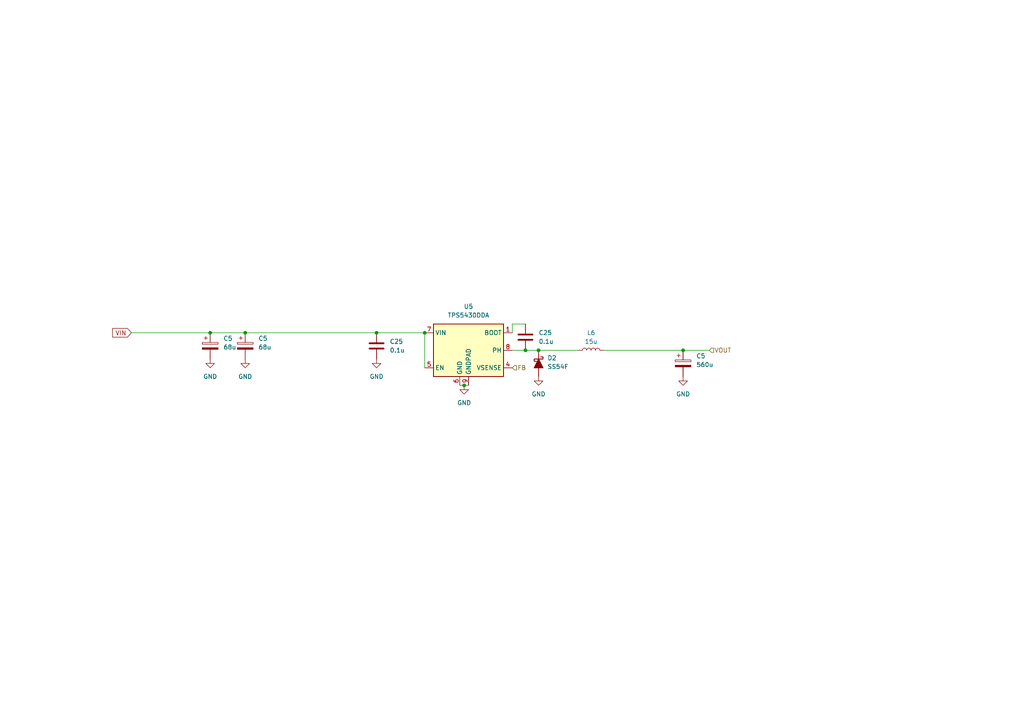
<source format=kicad_sch>
(kicad_sch (version 20230121) (generator eeschema)
  (paper "A4")
  (lib_symbols
    (symbol "Device:C" (pin_numbers hide) (pin_names (offset 0.254))
      (property "Reference" "C" (at 0.635 2.54 0))
      (property "Value" "C" (at 0.635 -2.54 0))
      (symbol "C_0_1"
        (polyline (pts (xy -2.032 -0.762) (xy 2.032 -0.762)) (stroke (width 0.508)))
        (polyline (pts (xy -2.032 0.762) (xy 2.032 0.762)) (stroke (width 0.508)))
      )
      (symbol "C_1_1"
        (pin passive line (at 0 3.81 270) (length 2.794) (name "~") (number "1"))
        (pin passive line (at 0 -3.81 90) (length 2.794) (name "~") (number "2"))
      )
    )
    (symbol "Device:C_Polarized" (pin_numbers hide) (pin_names (offset 0.254))
      (property "Reference" "C" (at 0.635 2.54 0))
      (property "Value" "C_Polarized" (at 0.635 -2.54 0))
      (symbol "C_Polarized_0_1"
        (rectangle (start -2.286 0.508) (end 2.286 1.016))
        (polyline (pts (xy -1.778 2.286) (xy -0.762 2.286)))
        (polyline (pts (xy -1.27 2.794) (xy -1.27 1.778)))
        (rectangle (start 2.286 -0.508) (end -2.286 -1.016) (fill (type outline)))
      )
      (symbol "C_Polarized_1_1"
        (pin passive line (at 0 3.81 270) (length 2.794) (name "~") (number "1"))
        (pin passive line (at 0 -3.81 90) (length 2.794) (name "~") (number "2"))
      )
    )
    (symbol "Device:L" (pin_numbers hide) (pin_names (offset 1.016) hide)
      (property "Reference" "L" (at -1.27 0 90))
      (property "Value" "L" (at 1.905 0 90))
      (symbol "L_0_1"
        (arc (start 0 -2.54) (mid 0.6323 -1.905) (end 0 -1.27))
        (arc (start 0 -1.27) (mid 0.6323 -0.635) (end 0 0))
        (arc (start 0 0) (mid 0.6323 0.635) (end 0 1.27))
        (arc (start 0 1.27) (mid 0.6323 1.905) (end 0 2.54))
      )
      (symbol "L_1_1"
        (pin passive line (at 0 3.81 270) (length 1.27) (name "1") (number "1"))
        (pin passive line (at 0 -3.81 90) (length 1.27) (name "2") (number "2"))
      )
    )
    (symbol "PCM_Diode_Schottky_AKL:SS54F" (pin_numbers hide) (pin_names (offset 1.016) hide)
      (property "Reference" "D" (at 0 5.08 0))
      (property "Value" "SS54F" (at 0 2.54 0))
      (symbol "SS54F_0_1"
        (polyline (pts (xy -1.27 0) (xy 1.27 0)))
        (polyline (pts (xy -1.27 -1.27) (xy -1.27 1.27) (xy 1.27 0) (xy -1.27 -1.27)) (stroke (width 0.254)) (fill (type outline)))
        (polyline (pts (xy 1.905 -0.635) (xy 1.905 -1.27) (xy 1.27 -1.27) (xy 1.27 1.27) (xy 0.635 1.27) (xy 0.635 0.635)) (stroke (width 0.254)))
      )
      (symbol "SS54F_1_1"
        (pin passive line (at 3.81 0 180) (length 2.54) (name "K") (number "1"))
        (pin passive line (at -3.81 0 0) (length 2.54) (name "A") (number "2"))
      )
    )
    (symbol "Regulator_Switching:TPS5430DDA"
      (property "Reference" "U" (at -10.16 8.89 0))
      (property "Value" "TPS5430DDA" (at -1.27 8.89 0))
      (symbol "TPS5430DDA_0_1"
        (rectangle (start -10.16 7.62) (end 10.16 -7.62) (stroke (width 0.254)) (fill (type background)))
      )
      (symbol "TPS5430DDA_1_1"
        (pin input line (at 12.7 5.08 180) (length 2.54) (name "BOOT") (number "1"))
        (pin no_connect line (at -10.16 2.54 0) (length 2.54) hide (name "NC") (number "2"))
        (pin no_connect line (at -10.16 -2.54 0) (length 2.54) hide (name "NC") (number "3"))
        (pin input line (at 12.7 -5.08 180) (length 2.54) (name "VSENSE") (number "4"))
        (pin input line (at -12.7 -5.08 0) (length 2.54) (name "EN") (number "5"))
        (pin power_in line (at -2.54 -10.16 90) (length 2.54) (name "GND") (number "6"))
        (pin power_in line (at -12.7 5.08 0) (length 2.54) (name "VIN") (number "7"))
        (pin output line (at 12.7 0 180) (length 2.54) (name "PH") (number "8"))
        (pin power_in line (at 0 -10.16 90) (length 2.54) (name "GNDPAD") (number "9"))
      )
    )
    (symbol "power:GND" (power) (pin_names (offset 0))
      (property "Value" "GND" (at 0 -3.81 0))
      (symbol "GND_0_1"
        (polyline (pts (xy 0 0) (xy 0 -1.27) (xy 1.27 -1.27) (xy 0 -2.54) (xy -1.27 -1.27) (xy 0 -1.27)))
      )
      (symbol "GND_1_1"
        (pin power_in line (at 0 0 270) (length 0) hide (name "GND") (number "1"))
      )
    )
  )
  (junction (at 109.22 96.52))
  (junction (at 156.21 101.6))
  (junction (at 198.12 101.6))
  (junction (at 134.62 111.76))
  (junction (at 60.96 96.52))
  (junction (at 152.4 101.6))
  (junction (at 71.12 96.52))
  (junction (at 123.19 96.52))
  (wire (pts (xy 156.21 101.6) (xy 167.64 101.6)))
  (wire (pts (xy 152.4 93.98) (xy 148.59 93.98)))
  (wire (pts (xy 71.12 96.52) (xy 109.22 96.52)))
  (wire (pts (xy 123.19 106.68) (xy 123.19 96.52)))
  (wire (pts (xy 175.26 101.6) (xy 198.12 101.6)))
  (wire (pts (xy 152.4 101.6) (xy 156.21 101.6)))
  (wire (pts (xy 148.59 93.98) (xy 148.59 96.52)))
  (wire (pts (xy 198.12 101.6) (xy 205.74 101.6)))
  (wire (pts (xy 38.1 96.52) (xy 60.96 96.52)))
  (wire (pts (xy 60.96 96.52) (xy 71.12 96.52)))
  (wire (pts (xy 133.35 111.76) (xy 134.62 111.76)))
  (wire (pts (xy 109.22 96.52) (xy 123.19 96.52)))
  (wire (pts (xy 134.62 111.76) (xy 135.89 111.76)))
  (wire (pts (xy 148.59 101.6) (xy 152.4 101.6)))
  (global_label "VIN" (shape input) (at 38.1 96.52 180) (property "Intersheetrefs" "${INTERSHEET_REFS}" (effects hide)))
  (hierarchical_label "VOUT" (shape input) (at 205.74 101.6 0))
  (hierarchical_label "FB" (shape input) (at 148.59 106.68 0))
  (symbol (lib_id "power:GND") (at 60.96 104.14 0) (unit 1)
    (property "Reference" "#PWR0356" (effects hide))
    (property "Value" "GND" (at 60.96 109.22 0))
    (instances (project "RC_Charger" (path "" (reference "#PWR0356") (unit 1))) (project "RC_Charger_MainBoard" (path "" (reference "#PWR07") (unit 1)) (path "" (reference "#PWR021") (unit 1)) (path "" (reference "#PWR029") (unit 1)) (path "" (reference "#PWR048") (unit 1))))
  )
  (symbol (lib_id "Device:C_Polarized") (at 198.12 105.41 0) (unit 1)
    (property "Reference" "C5" (at 201.93 103.251 0) (effects (justify left)))
    (property "Value" "560u" (at 201.93 105.791 0) (effects (justify left)))
    (property "Footprint" "Capacitor_SMD:CP_Elec_10x10" (effects hide))
    (instances (project "RC_Charger_MainBoard" (path "" (reference "C5") (unit 1)) (path "" (reference "C14") (unit 1)) (path "" (reference "C26") (unit 1))))
  )
  (symbol (lib_id "Device:C_Polarized") (at 71.12 100.33 0) (unit 1)
    (property "Reference" "C5" (at 74.93 98.171 0) (effects (justify left)))
    (property "Value" "68u" (at 74.93 100.711 0) (effects (justify left)))
    (property "Footprint" "Capacitor_SMD:CP_Elec_6.3x7.7" (effects hide))
    (instances (project "RC_Charger_MainBoard" (path "" (reference "C5") (unit 1)) (path "" (reference "C31") (unit 1)) (path "" (reference "C7") (unit 1)) (path "" (reference "C8") (unit 1))))
  )
  (symbol (lib_id "power:GND") (at 198.12 109.22 0) (unit 1)
    (property "Reference" "#PWR0356" (effects hide))
    (property "Value" "GND" (at 198.12 114.3 0))
    (instances (project "RC_Charger" (path "" (reference "#PWR0356") (unit 1))) (project "RC_Charger_MainBoard" (path "" (reference "#PWR07") (unit 1)) (path "" (reference "#PWR021") (unit 1)) (path "" (reference "#PWR034") (unit 1)) (path "" (reference "#PWR065") (unit 1))))
  )
  (symbol (lib_id "power:GND") (at 134.62 111.76 0) (unit 1)
    (property "Reference" "#PWR0356" (effects hide))
    (property "Value" "GND" (at 134.62 116.84 0))
    (instances (project "RC_Charger" (path "" (reference "#PWR0356") (unit 1))) (project "RC_Charger_MainBoard" (path "" (reference "#PWR07") (unit 1)) (path "" (reference "#PWR021") (unit 1)) (path "" (reference "#PWR027") (unit 1)) (path "" (reference "#PWR061") (unit 1))))
  )
  (symbol (lib_id "Regulator_Switching:TPS5430DDA") (at 135.89 101.6 0) (unit 1)
    (property "Reference" "U5" (at 135.89 88.9 0))
    (property "Value" "TPS5430DDA" (at 135.89 91.44 0))
    (property "Footprint" "Package_SO:Texas_R-PDSO-G8_EP2.95x4.9mm_Mask2.4x3.1mm_ThermalVias" (effects hide))
    (property "Datasheet" "http://www.ti.com/lit/ds/symlink/tps5430.pdf" (effects hide))
    (instances (project "RC_Charger_MainBoard" (path "" (reference "U5") (unit 1)) (path "" (reference "U6") (unit 1))))
  )
  (symbol (lib_id "power:GND") (at 109.22 104.14 0) (unit 1)
    (property "Reference" "#PWR0356" (effects hide))
    (property "Value" "GND" (at 109.22 109.22 0))
    (instances (project "RC_Charger" (path "" (reference "#PWR0356") (unit 1))) (project "RC_Charger_MainBoard" (path "" (reference "#PWR07") (unit 1)) (path "" (reference "#PWR021") (unit 1)) (path "" (reference "#PWR031") (unit 1)) (path "" (reference "#PWR030") (unit 1))))
  )
  (symbol (lib_id "power:GND") (at 156.21 109.22 0) (unit 1)
    (property "Reference" "#PWR0356" (effects hide))
    (property "Value" "GND" (at 156.21 114.3 0))
    (instances (project "RC_Charger" (path "" (reference "#PWR0356") (unit 1))) (project "RC_Charger_MainBoard" (path "" (reference "#PWR07") (unit 1)) (path "" (reference "#PWR021") (unit 1)) (path "" (reference "#PWR036") (unit 1)) (path "" (reference "#PWR062") (unit 1))))
  )
  (symbol (lib_id "Device:C") (at 109.22 100.33 0) (unit 1)
    (property "Reference" "C25" (at 113.03 99.06 0) (effects (justify left)))
    (property "Value" "0.1u" (at 113.03 101.6 0) (effects (justify left)))
    (property "Footprint" "Capacitor_SMD:C_0603_1608Metric" (effects hide))
    (instances (project "RC_Charger" (path "" (reference "C25") (unit 1)) (path "" (reference "C70") (unit 1)) (path "" (reference "C120") (unit 1)) (path "" (reference "C152") (unit 1))) (project "RC_Charger_MainBoard" (path "" (reference "C13") (unit 1)) (path "" (reference "C12") (unit 1))))
  )
  (symbol (lib_id "power:GND") (at 71.12 104.14 0) (unit 1)
    (property "Reference" "#PWR0356" (effects hide))
    (property "Value" "GND" (at 71.12 109.22 0))
    (instances (project "RC_Charger" (path "" (reference "#PWR0356") (unit 1))) (project "RC_Charger_MainBoard" (path "" (reference "#PWR07") (unit 1)) (path "" (reference "#PWR021") (unit 1)) (path "" (reference "#PWR028") (unit 1)) (path "" (reference "#PWR049") (unit 1))))
  )
  (symbol (lib_id "Device:C") (at 152.4 97.79 0) (unit 1)
    (property "Reference" "C25" (at 156.21 96.52 0) (effects (justify left)))
    (property "Value" "0.1u" (at 156.21 99.06 0) (effects (justify left)))
    (property "Footprint" "Capacitor_SMD:C_0603_1608Metric" (effects hide))
    (instances (project "RC_Charger" (path "" (reference "C25") (unit 1)) (path "" (reference "C70") (unit 1)) (path "" (reference "C120") (unit 1)) (path "" (reference "C152") (unit 1))) (project "RC_Charger_MainBoard" (path "" (reference "C11") (unit 1)) (path "" (reference "C23") (unit 1))))
  )
  (symbol (lib_id "Device:C_Polarized") (at 60.96 100.33 0) (unit 1)
    (property "Reference" "C5" (at 64.77 98.171 0) (effects (justify left)))
    (property "Value" "68u" (at 64.77 100.711 0) (effects (justify left)))
    (property "Footprint" "Capacitor_SMD:CP_Elec_6.3x7.7" (effects hide))
    (instances (project "RC_Charger_MainBoard" (path "" (reference "C5") (unit 1)) (path "" (reference "C31") (unit 1)) (path "" (reference "C9") (unit 1)) (path "" (reference "C10") (unit 1))))
  )
  (symbol (lib_id "Device:L") (at 171.45 101.6 90) (unit 1)
    (property "Reference" "L6" (at 171.45 96.52 90))
    (property "Value" "15u" (at 171.45 99.06 90))
    (property "Footprint" "Inductor_SMD:L_Bourns_SRR1260" (effects hide))
    (instances (project "RC_Charger_MainBoard" (path "" (reference "L6") (unit 1)) (path "" (reference "L7") (unit 1))))
  )
  (symbol (lib_id "PCM_Diode_Schottky_AKL:SS54F") (at 156.21 105.41 90) (unit 1)
    (property "Reference" "D2" (at 158.75 103.8225 90) (effects (justify right)))
    (property "Value" "SS54F" (at 158.75 106.3625 90) (effects (justify right)))
    (property "Footprint" "Diode_SMD:D_SMA" (effects hide))
    (property "Datasheet" "https://www.tme.eu/Document/963620b34a430c2b6904b996a8a202ee/SS52F_SER.pdf" (effects hide))
    (instances (project "RC_Charger_MainBoard" (path "" (reference "D2") (unit 1)) (path "" (reference "D3") (unit 1))))
  )
)
</source>
